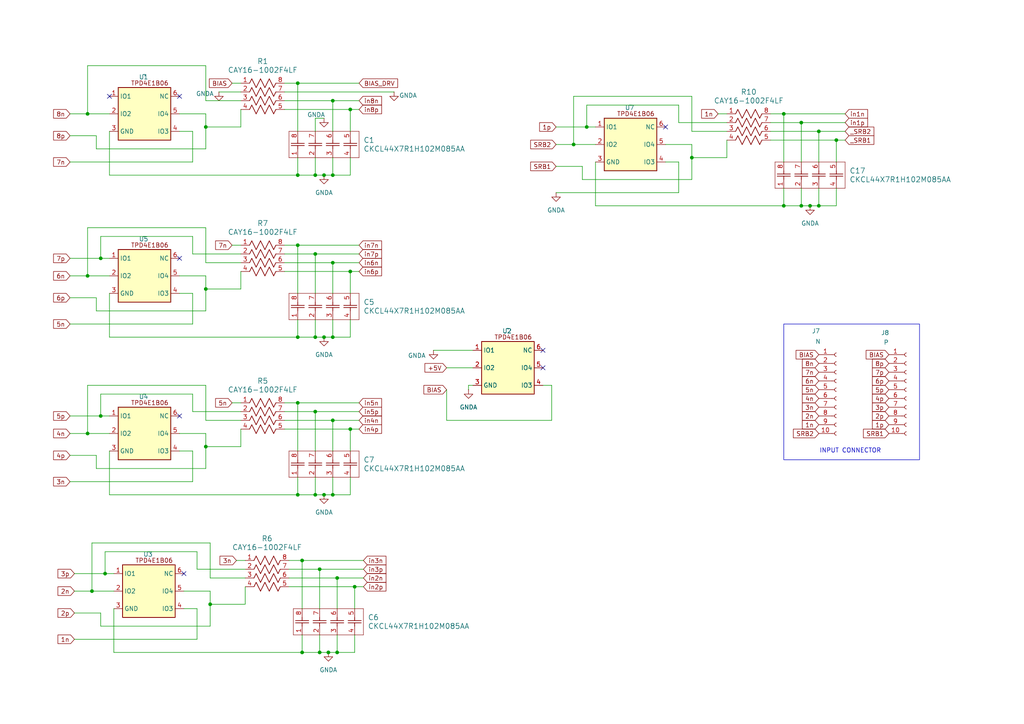
<source format=kicad_sch>
(kicad_sch (version 20231120) (generator "eeschema") (generator_version "8.0")
  (paper "A4")
  (lib_symbols
    (symbol "Added_Comp:TPD4E1B06" (pin_names (offset 0.5))
      (property "Reference" "U" (at 0 0 0))
      (symbol "TPD4E1B06_0_1"
        (rectangle (start -7.62 7.62) (end 7.62 -7.62) (stroke (width 0.254)) (fill (type background)))
      )
      (symbol "TPD4E1B06_1_1"
        (text "TPD4E1B06" (at 1.524 8.89 0) (effects (font (size 1.27 1.27))))
        (pin passive line (at -10.16 5.08 0) (length 2.54) (name "IO1") (number "1"))
        (pin passive line (at -10.16 0 0) (length 2.54) (name "IO2") (number "2"))
        (pin power_in line (at -10.16 -5.08 0) (length 2.54) (name "GND") (number "3"))
        (pin passive line (at 10.16 -5.08 180) (length 2.54) (name "IO3") (number "4"))
        (pin passive line (at 10.16 0 180) (length 2.54) (name "IO4") (number "5"))
        (pin free line (at 10.16 5.08 180) (length 2.54) (name "NC") (number "6"))
      )
    )
    (symbol "Connector:Conn_01x10_Socket" (pin_names (offset 1.016) hide)
      (property "Reference" "J" (at 0 12.7 0))
      (property "Value" "Conn_01x10_Socket" (at 0 -15.24 0))
      (symbol "Conn_01x10_Socket_1_1"
        (arc (start 0 -12.192) (mid -0.5058 -12.7) (end 0 -13.208) (stroke (width 0.1524)))
        (arc (start 0 -9.652) (mid -0.5058 -10.16) (end 0 -10.668) (stroke (width 0.1524)))
        (arc (start 0 -7.112) (mid -0.5058 -7.62) (end 0 -8.128) (stroke (width 0.1524)))
        (arc (start 0 -4.572) (mid -0.5058 -5.08) (end 0 -5.588) (stroke (width 0.1524)))
        (arc (start 0 -2.032) (mid -0.5058 -2.54) (end 0 -3.048) (stroke (width 0.1524)))
        (polyline (pts (xy -1.27 -12.7) (xy -0.508 -12.7)) (stroke (width 0.1524)))
        (polyline (pts (xy -1.27 -10.16) (xy -0.508 -10.16)) (stroke (width 0.1524)))
        (polyline (pts (xy -1.27 -7.62) (xy -0.508 -7.62)) (stroke (width 0.1524)))
        (polyline (pts (xy -1.27 -5.08) (xy -0.508 -5.08)) (stroke (width 0.1524)))
        (polyline (pts (xy -1.27 -2.54) (xy -0.508 -2.54)) (stroke (width 0.1524)))
        (polyline (pts (xy -1.27 0) (xy -0.508 0)) (stroke (width 0.1524)))
        (polyline (pts (xy -1.27 2.54) (xy -0.508 2.54)) (stroke (width 0.1524)))
        (polyline (pts (xy -1.27 5.08) (xy -0.508 5.08)) (stroke (width 0.1524)))
        (polyline (pts (xy -1.27 7.62) (xy -0.508 7.62)) (stroke (width 0.1524)))
        (polyline (pts (xy -1.27 10.16) (xy -0.508 10.16)) (stroke (width 0.1524)))
        (arc (start 0 0.508) (mid -0.5058 0) (end 0 -0.508) (stroke (width 0.1524)))
        (arc (start 0 3.048) (mid -0.5058 2.54) (end 0 2.032) (stroke (width 0.1524)))
        (arc (start 0 5.588) (mid -0.5058 5.08) (end 0 4.572) (stroke (width 0.1524)))
        (arc (start 0 8.128) (mid -0.5058 7.62) (end 0 7.112) (stroke (width 0.1524)))
        (arc (start 0 10.668) (mid -0.5058 10.16) (end 0 9.652) (stroke (width 0.1524)))
        (pin passive line (at -5.08 10.16 0) (length 3.81) (name "Pin_1") (number "1"))
        (pin passive line (at -5.08 -12.7 0) (length 3.81) (name "Pin_10") (number "10"))
        (pin passive line (at -5.08 7.62 0) (length 3.81) (name "Pin_2") (number "2"))
        (pin passive line (at -5.08 5.08 0) (length 3.81) (name "Pin_3") (number "3"))
        (pin passive line (at -5.08 2.54 0) (length 3.81) (name "Pin_4") (number "4"))
        (pin passive line (at -5.08 0 0) (length 3.81) (name "Pin_5") (number "5"))
        (pin passive line (at -5.08 -2.54 0) (length 3.81) (name "Pin_6") (number "6"))
        (pin passive line (at -5.08 -5.08 0) (length 3.81) (name "Pin_7") (number "7"))
        (pin passive line (at -5.08 -7.62 0) (length 3.81) (name "Pin_8") (number "8"))
        (pin passive line (at -5.08 -10.16 0) (length 3.81) (name "Pin_9") (number "9"))
      )
    )
    (symbol "Device:CAY16-1002F4LF" (pin_names (offset 0.254))
      (property "Reference" "R" (at 7.62 2.54 0))
      (property "Value" "CAY16-1002F4LF" (at 5.08 -10.16 0))
      (symbol "CAY16-1002F4LF_0_1"
        (polyline (pts (xy 2.54 -7.62) (xy 3.175 -6.35)) (stroke (width 0.2032)))
        (polyline (pts (xy 2.54 -5.08) (xy 3.175 -3.81)) (stroke (width 0.2032)))
        (polyline (pts (xy 2.54 -2.54) (xy 3.175 -1.27)) (stroke (width 0.2032)))
        (polyline (pts (xy 2.54 0) (xy 3.175 1.27)) (stroke (width 0.2032)))
        (polyline (pts (xy 3.175 -6.35) (xy 4.445 -8.89)) (stroke (width 0.2032)))
        (polyline (pts (xy 3.175 -3.81) (xy 4.445 -6.35)) (stroke (width 0.2032)))
        (polyline (pts (xy 3.175 -1.27) (xy 4.445 -3.81)) (stroke (width 0.2032)))
        (polyline (pts (xy 3.175 1.27) (xy 4.445 -1.27)) (stroke (width 0.2032)))
        (polyline (pts (xy 4.445 -8.89) (xy 5.715 -6.35)) (stroke (width 0.2032)))
        (polyline (pts (xy 4.445 -6.35) (xy 5.715 -3.81)) (stroke (width 0.2032)))
        (polyline (pts (xy 4.445 -3.81) (xy 5.715 -1.27)) (stroke (width 0.2032)))
        (polyline (pts (xy 4.445 -1.27) (xy 5.715 1.27)) (stroke (width 0.2032)))
        (polyline (pts (xy 5.715 -6.35) (xy 6.985 -8.89)) (stroke (width 0.2032)))
        (polyline (pts (xy 5.715 -3.81) (xy 6.985 -6.35)) (stroke (width 0.2032)))
        (polyline (pts (xy 5.715 -1.27) (xy 6.985 -3.81)) (stroke (width 0.2032)))
        (polyline (pts (xy 5.715 1.27) (xy 6.985 -1.27)) (stroke (width 0.2032)))
        (polyline (pts (xy 6.985 -8.89) (xy 8.255 -6.35)) (stroke (width 0.2032)))
        (polyline (pts (xy 6.985 -6.35) (xy 8.255 -3.81)) (stroke (width 0.2032)))
        (polyline (pts (xy 6.985 -3.81) (xy 8.255 -1.27)) (stroke (width 0.2032)))
        (polyline (pts (xy 6.985 -1.27) (xy 8.255 1.27)) (stroke (width 0.2032)))
        (polyline (pts (xy 8.255 -6.35) (xy 9.525 -8.89)) (stroke (width 0.2032)))
        (polyline (pts (xy 8.255 -3.81) (xy 9.525 -6.35)) (stroke (width 0.2032)))
        (polyline (pts (xy 8.255 -1.27) (xy 9.525 -3.81)) (stroke (width 0.2032)))
        (polyline (pts (xy 8.255 1.27) (xy 9.525 -1.27)) (stroke (width 0.2032)))
        (polyline (pts (xy 9.525 -8.89) (xy 10.16 -7.62)) (stroke (width 0.2032)))
        (polyline (pts (xy 9.525 -6.35) (xy 10.16 -5.08)) (stroke (width 0.2032)))
        (polyline (pts (xy 9.525 -3.81) (xy 10.16 -2.54)) (stroke (width 0.2032)))
        (polyline (pts (xy 9.525 -1.27) (xy 10.16 0)) (stroke (width 0.2032)))
        (pin unspecified line (at 0 0 0) (length 2.54) (name "") (number "1"))
        (pin unspecified line (at 0 -2.54 0) (length 2.54) (name "") (number "2"))
        (pin unspecified line (at 0 -5.08 0) (length 2.54) (name "") (number "3"))
        (pin unspecified line (at 0 -7.62 0) (length 2.54) (name "") (number "4"))
        (pin unspecified line (at 12.7 -7.62 180) (length 2.54) (name "") (number "5"))
        (pin unspecified line (at 12.7 -5.08 180) (length 2.54) (name "") (number "6"))
        (pin unspecified line (at 12.7 -2.54 180) (length 2.54) (name "") (number "7"))
        (pin unspecified line (at 12.7 0 180) (length 2.54) (name "") (number "8"))
      )
    )
    (symbol "Device:CKCL44X7R1H102M085AA" (pin_names (offset 0.254))
      (property "Reference" "C" (at -7.62 10.16 0))
      (property "Value" "CKCL44X7R1H102M085AA" (at -7.62 6.985 0))
      (symbol "CKCL44X7R1H102M085AA_0_1"
        (polyline (pts (xy -2.54 -7.62) (xy -2.54 0)) (stroke (width 0.127)))
        (polyline (pts (xy -2.54 0) (xy 17.78 0)) (stroke (width 0.127)))
        (polyline (pts (xy 0 -4.1148) (xy 0 -5.08)) (stroke (width 0.2032)))
        (polyline (pts (xy 0 -2.54) (xy 0 -3.4798)) (stroke (width 0.2032)))
        (polyline (pts (xy 1.905 -4.1148) (xy -1.905 -4.1148)) (stroke (width 0.2032)))
        (polyline (pts (xy 1.905 -3.4798) (xy -1.905 -3.4798)) (stroke (width 0.2032)))
        (polyline (pts (xy 5.08 -4.1148) (xy 5.08 -5.08)) (stroke (width 0.2032)))
        (polyline (pts (xy 5.08 -2.54) (xy 5.08 -3.4798)) (stroke (width 0.2032)))
        (polyline (pts (xy 6.985 -4.1148) (xy 3.175 -4.1148)) (stroke (width 0.2032)))
        (polyline (pts (xy 6.985 -3.4798) (xy 3.175 -3.4798)) (stroke (width 0.2032)))
        (polyline (pts (xy 10.16 -4.1148) (xy 10.16 -5.08)) (stroke (width 0.2032)))
        (polyline (pts (xy 10.16 -2.54) (xy 10.16 -3.4798)) (stroke (width 0.2032)))
        (polyline (pts (xy 12.065 -4.1148) (xy 8.255 -4.1148)) (stroke (width 0.2032)))
        (polyline (pts (xy 12.065 -3.4798) (xy 8.255 -3.4798)) (stroke (width 0.2032)))
        (polyline (pts (xy 15.24 -4.1148) (xy 15.24 -5.08)) (stroke (width 0.2032)))
        (polyline (pts (xy 15.24 -2.54) (xy 15.24 -3.4798)) (stroke (width 0.2032)))
        (polyline (pts (xy 17.145 -4.1148) (xy 13.335 -4.1148)) (stroke (width 0.2032)))
        (polyline (pts (xy 17.145 -3.4798) (xy 13.335 -3.4798)) (stroke (width 0.2032)))
        (polyline (pts (xy 17.78 -7.62) (xy -2.54 -7.62)) (stroke (width 0.127)))
        (polyline (pts (xy 17.78 -7.62) (xy 17.78 0)) (stroke (width 0.127)))
        (pin unspecified line (at 0 -7.62 90) (length 2.54) (name "") (number "1"))
        (pin unspecified line (at 5.08 -7.62 90) (length 2.54) (name "") (number "2"))
        (pin unspecified line (at 10.16 -7.62 90) (length 2.54) (name "") (number "3"))
        (pin unspecified line (at 15.24 -7.62 90) (length 2.54) (name "") (number "4"))
        (pin unspecified line (at 15.24 0 270) (length 2.54) (name "") (number "5"))
        (pin unspecified line (at 10.16 0 270) (length 2.54) (name "") (number "6"))
        (pin unspecified line (at 5.08 0 270) (length 2.54) (name "") (number "7"))
        (pin unspecified line (at 0 0 270) (length 2.54) (name "") (number "8"))
      )
    )
    (symbol "power:GNDA" (power) (pin_numbers hide) (pin_names (offset 0) hide)
      (property "Value" "GNDA" (at 0 -3.81 0))
      (symbol "GNDA_0_1"
        (polyline (pts (xy 0 0) (xy 0 -1.27) (xy 1.27 -1.27) (xy 0 -2.54) (xy -1.27 -1.27) (xy 0 -1.27)))
      )
      (symbol "GNDA_1_1"
        (pin power_in line (at 0 0 270) (length 0) (name "~") (number "1"))
      )
    )
  )
  (junction (at 97.79 167.64))
  (junction (at 97.79 189.23))
  (junction (at 96.52 121.92))
  (junction (at 86.36 24.13))
  (junction (at 87.63 162.56))
  (junction (at 92.71 165.1))
  (junction (at 59.69 36.83))
  (junction (at 87.63 189.23))
  (junction (at 30.48 166.37))
  (junction (at 86.36 50.8))
  (junction (at 237.49 59.69))
  (junction (at 200.66 45.72))
  (junction (at 25.4 80.01))
  (junction (at 25.4 125.73))
  (junction (at 92.71 189.23))
  (junction (at 101.6 31.75))
  (junction (at 242.57 40.64))
  (junction (at 93.98 50.8))
  (junction (at 96.52 97.79))
  (junction (at 93.98 143.51))
  (junction (at 102.87 170.18))
  (junction (at 86.36 143.51))
  (junction (at 101.6 78.74))
  (junction (at 91.44 50.8))
  (junction (at 91.44 143.51))
  (junction (at 93.98 97.79))
  (junction (at 237.49 38.1))
  (junction (at 86.36 71.12))
  (junction (at 25.4 33.02))
  (junction (at 232.41 59.69))
  (junction (at 96.52 76.2))
  (junction (at 86.36 97.79))
  (junction (at 59.69 83.82))
  (junction (at 101.6 124.46))
  (junction (at 166.37 41.91))
  (junction (at 91.44 73.66))
  (junction (at 96.52 50.8))
  (junction (at 26.67 171.45))
  (junction (at 91.44 97.79))
  (junction (at 95.25 189.23))
  (junction (at 227.33 59.69))
  (junction (at 59.69 129.54))
  (junction (at 232.41 35.56))
  (junction (at 91.44 119.38))
  (junction (at 170.18 36.83))
  (junction (at 60.96 175.26))
  (junction (at 29.21 120.65))
  (junction (at 29.21 74.93))
  (junction (at 96.52 29.21))
  (junction (at 227.33 33.02))
  (junction (at 234.95 59.69))
  (junction (at 96.52 143.51))
  (junction (at 86.36 116.84))
  (no_connect (at 53.34 166.37))
  (no_connect (at 157.48 101.6))
  (no_connect (at 31.75 27.94))
  (no_connect (at 52.07 27.94))
  (no_connect (at 157.48 106.68))
  (no_connect (at 52.07 74.93))
  (no_connect (at 52.07 120.65))
  (no_connect (at 193.04 36.83))
  (wire (pts (xy 96.52 50.8) (xy 93.98 50.8)))
  (wire (pts (xy 101.6 130.81) (xy 101.6 124.46)))
  (wire (pts (xy 30.48 160.02) (xy 57.15 160.02)))
  (wire (pts (xy 114.3 26.67) (xy 82.55 26.67)))
  (wire (pts (xy 237.49 54.61) (xy 237.49 59.69)))
  (wire (pts (xy 21.59 177.8) (xy 29.21 177.8)))
  (wire (pts (xy 86.36 92.71) (xy 86.36 97.79)))
  (wire (pts (xy 86.36 116.84) (xy 104.14 116.84)))
  (wire (pts (xy 101.6 78.74) (xy 104.14 78.74)))
  (wire (pts (xy 27.94 135.89) (xy 59.69 135.89)))
  (wire (pts (xy 31.75 120.65) (xy 29.21 120.65)))
  (wire (pts (xy 59.69 129.54) (xy 59.69 125.73)))
  (wire (pts (xy 20.32 86.36) (xy 27.94 86.36)))
  (wire (pts (xy 91.44 97.79) (xy 93.98 97.79)))
  (wire (pts (xy 31.75 97.79) (xy 86.36 97.79)))
  (wire (pts (xy 27.94 43.18) (xy 59.69 43.18)))
  (wire (pts (xy 29.21 181.61) (xy 60.96 181.61)))
  (wire (pts (xy 104.14 76.2) (xy 96.52 76.2)))
  (wire (pts (xy 237.49 46.99) (xy 237.49 38.1)))
  (wire (pts (xy 31.75 143.51) (xy 86.36 143.51)))
  (wire (pts (xy 168.91 48.26) (xy 168.91 52.07)))
  (wire (pts (xy 245.11 38.1) (xy 237.49 38.1)))
  (wire (pts (xy 87.63 162.56) (xy 105.41 162.56)))
  (wire (pts (xy 96.52 130.81) (xy 96.52 121.92)))
  (wire (pts (xy 101.6 85.09) (xy 101.6 78.74)))
  (wire (pts (xy 69.85 83.82) (xy 59.69 83.82)))
  (wire (pts (xy 196.85 30.48) (xy 196.85 35.56)))
  (wire (pts (xy 59.69 36.83) (xy 59.69 33.02)))
  (wire (pts (xy 20.32 139.7) (xy 55.88 139.7)))
  (wire (pts (xy 60.96 171.45) (xy 53.34 171.45)))
  (wire (pts (xy 97.79 176.53) (xy 97.79 167.64)))
  (wire (pts (xy 91.44 34.29) (xy 93.98 34.29)))
  (wire (pts (xy 86.36 143.51) (xy 91.44 143.51)))
  (wire (pts (xy 27.94 132.08) (xy 27.94 135.89)))
  (wire (pts (xy 59.69 125.73) (xy 52.07 125.73)))
  (wire (pts (xy 96.52 76.2) (xy 82.55 76.2)))
  (wire (pts (xy 86.36 38.1) (xy 86.36 24.13)))
  (wire (pts (xy 26.67 157.48) (xy 60.96 157.48)))
  (wire (pts (xy 172.72 46.99) (xy 172.72 59.69)))
  (wire (pts (xy 170.18 36.83) (xy 170.18 30.48)))
  (wire (pts (xy 59.69 83.82) (xy 59.69 80.01)))
  (wire (pts (xy 129.54 113.03) (xy 129.54 121.92)))
  (wire (pts (xy 69.85 78.74) (xy 69.85 83.82)))
  (wire (pts (xy 86.36 130.81) (xy 86.36 116.84)))
  (wire (pts (xy 20.32 132.08) (xy 27.94 132.08)))
  (wire (pts (xy 91.44 119.38) (xy 82.55 119.38)))
  (wire (pts (xy 87.63 184.15) (xy 87.63 189.23)))
  (wire (pts (xy 31.75 85.09) (xy 31.75 97.79)))
  (wire (pts (xy 172.72 36.83) (xy 170.18 36.83)))
  (wire (pts (xy 96.52 143.51) (xy 93.98 143.51)))
  (wire (pts (xy 208.28 33.02) (xy 210.82 33.02)))
  (wire (pts (xy 27.94 90.17) (xy 59.69 90.17)))
  (wire (pts (xy 104.14 121.92) (xy 96.52 121.92)))
  (wire (pts (xy 242.57 46.99) (xy 242.57 40.64)))
  (wire (pts (xy 71.12 170.18) (xy 71.12 175.26)))
  (wire (pts (xy 101.6 143.51) (xy 96.52 143.51)))
  (wire (pts (xy 86.36 50.8) (xy 91.44 50.8)))
  (wire (pts (xy 21.59 185.42) (xy 57.15 185.42)))
  (wire (pts (xy 91.44 130.81) (xy 91.44 119.38)))
  (wire (pts (xy 86.36 24.13) (xy 82.55 24.13)))
  (wire (pts (xy 97.79 184.15) (xy 97.79 189.23)))
  (wire (pts (xy 26.67 171.45) (xy 26.67 157.48)))
  (wire (pts (xy 59.69 90.17) (xy 59.69 83.82)))
  (wire (pts (xy 242.57 54.61) (xy 242.57 59.69)))
  (wire (pts (xy 59.69 80.01) (xy 52.07 80.01)))
  (wire (pts (xy 102.87 170.18) (xy 105.41 170.18)))
  (wire (pts (xy 129.54 121.92) (xy 160.02 121.92)))
  (wire (pts (xy 52.07 130.81) (xy 55.88 130.81)))
  (wire (pts (xy 69.85 36.83) (xy 59.69 36.83)))
  (wire (pts (xy 104.14 29.21) (xy 96.52 29.21)))
  (wire (pts (xy 59.69 121.92) (xy 69.85 121.92)))
  (wire (pts (xy 101.6 38.1) (xy 101.6 31.75)))
  (wire (pts (xy 232.41 54.61) (xy 232.41 59.69)))
  (wire (pts (xy 96.52 45.72) (xy 96.52 50.8)))
  (wire (pts (xy 227.33 54.61) (xy 227.33 59.69)))
  (wire (pts (xy 135.89 111.76) (xy 135.89 113.03)))
  (wire (pts (xy 96.52 121.92) (xy 82.55 121.92)))
  (wire (pts (xy 92.71 189.23) (xy 95.25 189.23)))
  (wire (pts (xy 59.69 111.76) (xy 59.69 121.92)))
  (wire (pts (xy 82.55 78.74) (xy 101.6 78.74)))
  (wire (pts (xy 237.49 38.1) (xy 223.52 38.1)))
  (wire (pts (xy 52.07 38.1) (xy 55.88 38.1)))
  (wire (pts (xy 200.66 38.1) (xy 210.82 38.1)))
  (wire (pts (xy 31.75 50.8) (xy 86.36 50.8)))
  (wire (pts (xy 68.58 162.56) (xy 71.12 162.56)))
  (wire (pts (xy 29.21 68.58) (xy 55.88 68.58)))
  (wire (pts (xy 29.21 74.93) (xy 29.21 68.58)))
  (wire (pts (xy 20.32 39.37) (xy 27.94 39.37)))
  (wire (pts (xy 96.52 38.1) (xy 96.52 29.21)))
  (wire (pts (xy 91.44 143.51) (xy 93.98 143.51)))
  (wire (pts (xy 210.82 40.64) (xy 210.82 45.72)))
  (wire (pts (xy 21.59 171.45) (xy 26.67 171.45)))
  (wire (pts (xy 25.4 80.01) (xy 31.75 80.01)))
  (wire (pts (xy 227.33 59.69) (xy 232.41 59.69)))
  (wire (pts (xy 30.48 166.37) (xy 21.59 166.37)))
  (wire (pts (xy 31.75 74.93) (xy 29.21 74.93)))
  (wire (pts (xy 227.33 33.02) (xy 223.52 33.02)))
  (wire (pts (xy 91.44 73.66) (xy 104.14 73.66)))
  (wire (pts (xy 170.18 30.48) (xy 196.85 30.48)))
  (wire (pts (xy 82.55 31.75) (xy 101.6 31.75)))
  (wire (pts (xy 161.29 48.26) (xy 168.91 48.26)))
  (wire (pts (xy 97.79 189.23) (xy 95.25 189.23)))
  (wire (pts (xy 25.4 125.73) (xy 25.4 111.76)))
  (wire (pts (xy 200.66 45.72) (xy 200.66 41.91)))
  (wire (pts (xy 168.91 52.07) (xy 200.66 52.07)))
  (wire (pts (xy 161.29 41.91) (xy 166.37 41.91)))
  (wire (pts (xy 55.88 85.09) (xy 55.88 93.98)))
  (wire (pts (xy 172.72 59.69) (xy 227.33 59.69)))
  (wire (pts (xy 87.63 176.53) (xy 87.63 162.56)))
  (wire (pts (xy 96.52 92.71) (xy 96.52 97.79)))
  (wire (pts (xy 96.52 138.43) (xy 96.52 143.51)))
  (wire (pts (xy 161.29 55.88) (xy 196.85 55.88)))
  (wire (pts (xy 200.66 27.94) (xy 200.66 38.1)))
  (wire (pts (xy 87.63 189.23) (xy 92.71 189.23)))
  (wire (pts (xy 60.96 167.64) (xy 71.12 167.64)))
  (wire (pts (xy 87.63 162.56) (xy 83.82 162.56)))
  (wire (pts (xy 86.36 138.43) (xy 86.36 143.51)))
  (wire (pts (xy 91.44 73.66) (xy 82.55 73.66)))
  (wire (pts (xy 86.36 85.09) (xy 86.36 71.12)))
  (wire (pts (xy 101.6 124.46) (xy 104.14 124.46)))
  (wire (pts (xy 69.85 31.75) (xy 69.85 36.83)))
  (wire (pts (xy 92.71 184.15) (xy 92.71 189.23)))
  (wire (pts (xy 92.71 165.1) (xy 105.41 165.1)))
  (wire (pts (xy 91.44 50.8) (xy 93.98 50.8)))
  (wire (pts (xy 102.87 189.23) (xy 97.79 189.23)))
  (wire (pts (xy 55.88 68.58) (xy 55.88 73.66)))
  (wire (pts (xy 129.54 106.68) (xy 137.16 106.68)))
  (wire (pts (xy 20.32 33.02) (xy 25.4 33.02)))
  (wire (pts (xy 25.4 33.02) (xy 25.4 19.05)))
  (wire (pts (xy 227.33 33.02) (xy 245.11 33.02)))
  (wire (pts (xy 29.21 74.93) (xy 20.32 74.93)))
  (wire (pts (xy 25.4 66.04) (xy 59.69 66.04)))
  (wire (pts (xy 91.44 92.71) (xy 91.44 97.79)))
  (wire (pts (xy 223.52 40.64) (xy 242.57 40.64)))
  (wire (pts (xy 53.34 176.53) (xy 57.15 176.53)))
  (wire (pts (xy 242.57 40.64) (xy 245.11 40.64)))
  (wire (pts (xy 86.36 71.12) (xy 104.14 71.12)))
  (wire (pts (xy 91.44 85.09) (xy 91.44 73.66)))
  (wire (pts (xy 59.69 29.21) (xy 69.85 29.21)))
  (wire (pts (xy 57.15 165.1) (xy 71.12 165.1)))
  (wire (pts (xy 52.07 85.09) (xy 55.88 85.09)))
  (wire (pts (xy 91.44 38.1) (xy 91.44 34.29)))
  (wire (pts (xy 97.79 167.64) (xy 83.82 167.64)))
  (wire (pts (xy 57.15 160.02) (xy 57.15 165.1)))
  (wire (pts (xy 166.37 41.91) (xy 166.37 27.94)))
  (wire (pts (xy 25.4 111.76) (xy 59.69 111.76)))
  (wire (pts (xy 25.4 125.73) (xy 31.75 125.73)))
  (wire (pts (xy 196.85 35.56) (xy 210.82 35.56)))
  (wire (pts (xy 63.5 26.67) (xy 69.85 26.67)))
  (wire (pts (xy 101.6 92.71) (xy 101.6 97.79)))
  (wire (pts (xy 33.02 176.53) (xy 33.02 189.23)))
  (wire (pts (xy 200.66 41.91) (xy 193.04 41.91)))
  (wire (pts (xy 232.41 46.99) (xy 232.41 35.56)))
  (wire (pts (xy 101.6 50.8) (xy 96.52 50.8)))
  (wire (pts (xy 25.4 80.01) (xy 25.4 66.04)))
  (wire (pts (xy 57.15 176.53) (xy 57.15 185.42)))
  (wire (pts (xy 59.69 43.18) (xy 59.69 36.83)))
  (wire (pts (xy 102.87 176.53) (xy 102.87 170.18)))
  (wire (pts (xy 102.87 184.15) (xy 102.87 189.23)))
  (wire (pts (xy 25.4 19.05) (xy 59.69 19.05)))
  (wire (pts (xy 101.6 97.79) (xy 96.52 97.79)))
  (wire (pts (xy 71.12 175.26) (xy 60.96 175.26)))
  (wire (pts (xy 59.69 19.05) (xy 59.69 29.21)))
  (wire (pts (xy 92.71 165.1) (xy 83.82 165.1)))
  (wire (pts (xy 33.02 189.23) (xy 87.63 189.23)))
  (wire (pts (xy 86.36 71.12) (xy 82.55 71.12)))
  (wire (pts (xy 55.88 38.1) (xy 55.88 46.99)))
  (wire (pts (xy 55.88 73.66) (xy 69.85 73.66)))
  (wire (pts (xy 105.41 167.64) (xy 97.79 167.64)))
  (wire (pts (xy 196.85 46.99) (xy 196.85 55.88)))
  (wire (pts (xy 26.67 171.45) (xy 33.02 171.45)))
  (wire (pts (xy 91.44 45.72) (xy 91.44 50.8)))
  (wire (pts (xy 59.69 66.04) (xy 59.69 76.2)))
  (wire (pts (xy 67.31 24.13) (xy 69.85 24.13)))
  (wire (pts (xy 101.6 31.75) (xy 104.14 31.75)))
  (wire (pts (xy 137.16 111.76) (xy 135.89 111.76)))
  (wire (pts (xy 242.57 59.69) (xy 237.49 59.69)))
  (wire (pts (xy 67.31 71.12) (xy 69.85 71.12)))
  (wire (pts (xy 29.21 120.65) (xy 20.32 120.65)))
  (wire (pts (xy 30.48 166.37) (xy 30.48 160.02)))
  (wire (pts (xy 86.36 97.79) (xy 91.44 97.79)))
  (wire (pts (xy 232.41 59.69) (xy 234.95 59.69)))
  (wire (pts (xy 101.6 45.72) (xy 101.6 50.8)))
  (wire (pts (xy 55.88 114.3) (xy 55.88 119.38)))
  (wire (pts (xy 20.32 125.73) (xy 25.4 125.73)))
  (wire (pts (xy 29.21 114.3) (xy 55.88 114.3)))
  (wire (pts (xy 210.82 45.72) (xy 200.66 45.72)))
  (wire (pts (xy 60.96 181.61) (xy 60.96 175.26)))
  (wire (pts (xy 67.31 116.84) (xy 69.85 116.84)))
  (wire (pts (xy 29.21 120.65) (xy 29.21 114.3)))
  (wire (pts (xy 92.71 176.53) (xy 92.71 165.1)))
  (wire (pts (xy 125.73 101.6) (xy 137.16 101.6)))
  (wire (pts (xy 96.52 97.79) (xy 93.98 97.79)))
  (wire (pts (xy 96.52 85.09) (xy 96.52 76.2)))
  (wire (pts (xy 55.88 130.81) (xy 55.88 139.7)))
  (wire (pts (xy 59.69 135.89) (xy 59.69 129.54)))
  (wire (pts (xy 20.32 93.98) (xy 55.88 93.98)))
  (wire (pts (xy 232.41 35.56) (xy 223.52 35.56)))
  (wire (pts (xy 200.66 52.07) (xy 200.66 45.72)))
  (wire (pts (xy 69.85 124.46) (xy 69.85 129.54)))
  (wire (pts (xy 60.96 157.48) (xy 60.96 167.64)))
  (wire (pts (xy 31.75 130.81) (xy 31.75 143.51)))
  (wire (pts (xy 237.49 59.69) (xy 234.95 59.69)))
  (wire (pts (xy 59.69 76.2) (xy 69.85 76.2)))
  (wire (pts (xy 69.85 129.54) (xy 59.69 129.54)))
  (wire (pts (xy 166.37 41.91) (xy 172.72 41.91)))
  (wire (pts (xy 27.94 39.37) (xy 27.94 43.18)))
  (wire (pts (xy 160.02 111.76) (xy 157.48 111.76)))
  (wire (pts (xy 86.36 45.72) (xy 86.36 50.8)))
  (wire (pts (xy 232.41 35.56) (xy 245.11 35.56)))
  (wire (pts (xy 31.75 38.1) (xy 31.75 50.8)))
  (wire (pts (xy 82.55 124.46) (xy 101.6 124.46)))
  (wire (pts (xy 83.82 170.18) (xy 102.87 170.18)))
  (wire (pts (xy 20.32 46.99) (xy 55.88 46.99)))
  (wire (pts (xy 86.36 116.84) (xy 82.55 116.84)))
  (wire (pts (xy 166.37 27.94) (xy 200.66 27.94)))
  (wire (pts (xy 25.4 33.02) (xy 31.75 33.02)))
  (wire (pts (xy 60.96 175.26) (xy 60.96 171.45)))
  (wire (pts (xy 101.6 138.43) (xy 101.6 143.51)))
  (wire (pts (xy 227.33 46.99) (xy 227.33 33.02)))
  (wire (pts (xy 104.14 24.13) (xy 86.36 24.13)))
  (wire (pts (xy 96.52 29.21) (xy 82.55 29.21)))
  (wire (pts (xy 193.04 46.99) (xy 196.85 46.99)))
  (wire (pts (xy 170.18 36.83) (xy 161.29 36.83)))
  (wire (pts (xy 59.69 33.02) (xy 52.07 33.02)))
  (wire (pts (xy 20.32 80.01) (xy 25.4 80.01)))
  (wire (pts (xy 91.44 138.43) (xy 91.44 143.51)))
  (wire (pts (xy 27.94 86.36) (xy 27.94 90.17)))
  (wire (pts (xy 33.02 166.37) (xy 30.48 166.37)))
  (wire (pts (xy 91.44 119.38) (xy 104.14 119.38)))
  (wire (pts (xy 160.02 121.92) (xy 160.02 111.76)))
  (wire (pts (xy 29.21 177.8) (xy 29.21 181.61)))
  (wire (pts (xy 55.88 119.38) (xy 69.85 119.38)))
  (rectangle (start 227.33 93.98) (end 266.7 133.35))
  (text "INPUT CONNECTOR" (at 246.634 130.81 0) (effects (font (size 1.27 1.27))))
  (global_label "in1n" (shape input) (at 245.11 33.02 0) (property "Intersheetrefs" "${INTERSHEET_REFS}" (effects (hide yes))))
  (global_label "3n" (shape input) (at 68.58 162.56 180) (property "Intersheetrefs" "${INTERSHEET_REFS}" (effects (hide yes))))
  (global_label "_SRB1" (shape input) (at 245.11 40.64 0) (property "Intersheetrefs" "${INTERSHEET_REFS}" (effects (hide yes))))
  (global_label "in4n" (shape input) (at 104.14 121.92 0) (property "Intersheetrefs" "${INTERSHEET_REFS}" (effects (hide yes))))
  (global_label "7n" (shape input) (at 20.32 46.99 180) (property "Intersheetrefs" "${INTERSHEET_REFS}" (effects (hide yes))))
  (global_label "5n" (shape input) (at 67.31 116.84 180) (property "Intersheetrefs" "${INTERSHEET_REFS}" (effects (hide yes))))
  (global_label "4p" (shape input) (at 257.81 115.57 180) (property "Intersheetrefs" "${INTERSHEET_REFS}" (effects (hide yes))))
  (global_label "1p" (shape input) (at 257.81 123.19 180) (property "Intersheetrefs" "${INTERSHEET_REFS}" (effects (hide yes))))
  (global_label "in5p" (shape input) (at 104.14 119.38 0) (property "Intersheetrefs" "${INTERSHEET_REFS}" (effects (hide yes))))
  (global_label "6p" (shape input) (at 257.81 110.49 180) (property "Intersheetrefs" "${INTERSHEET_REFS}" (effects (hide yes))))
  (global_label "7n" (shape input) (at 67.31 71.12 180) (property "Intersheetrefs" "${INTERSHEET_REFS}" (effects (hide yes))))
  (global_label "BIAS_DRV" (shape input) (at 104.14 24.13 0) (property "Intersheetrefs" "${INTERSHEET_REFS}" (effects (hide yes))))
  (global_label "4n" (shape input) (at 237.49 115.57 180) (property "Intersheetrefs" "${INTERSHEET_REFS}" (effects (hide yes))))
  (global_label "2n" (shape input) (at 21.59 171.45 180) (property "Intersheetrefs" "${INTERSHEET_REFS}" (effects (hide yes))))
  (global_label "in3p" (shape input) (at 105.41 165.1 0) (property "Intersheetrefs" "${INTERSHEET_REFS}" (effects (hide yes))))
  (global_label "4p" (shape input) (at 20.32 132.08 180) (property "Intersheetrefs" "${INTERSHEET_REFS}" (effects (hide yes))))
  (global_label "SRB1" (shape input) (at 257.81 125.73 180) (property "Intersheetrefs" "${INTERSHEET_REFS}" (effects (hide yes))))
  (global_label "BIAS" (shape input) (at 67.31 24.13 180) (property "Intersheetrefs" "${INTERSHEET_REFS}" (effects (hide yes))))
  (global_label "5p" (shape input) (at 257.81 113.03 180) (property "Intersheetrefs" "${INTERSHEET_REFS}" (effects (hide yes))))
  (global_label "1n" (shape input) (at 208.28 33.02 180) (property "Intersheetrefs" "${INTERSHEET_REFS}" (effects (hide yes))))
  (global_label "1n" (shape input) (at 237.49 123.19 180) (property "Intersheetrefs" "${INTERSHEET_REFS}" (effects (hide yes))))
  (global_label "in6p" (shape input) (at 104.14 78.74 0) (property "Intersheetrefs" "${INTERSHEET_REFS}" (effects (hide yes))))
  (global_label "2p" (shape input) (at 21.59 177.8 180) (property "Intersheetrefs" "${INTERSHEET_REFS}" (effects (hide yes))))
  (global_label "6n" (shape input) (at 20.32 80.01 180) (property "Intersheetrefs" "${INTERSHEET_REFS}" (effects (hide yes))))
  (global_label "in8p" (shape input) (at 104.14 31.75 0) (property "Intersheetrefs" "${INTERSHEET_REFS}" (effects (hide yes))))
  (global_label "4n" (shape input) (at 20.32 125.73 180) (property "Intersheetrefs" "${INTERSHEET_REFS}" (effects (hide yes))))
  (global_label "5p" (shape input) (at 20.32 120.65 180) (property "Intersheetrefs" "${INTERSHEET_REFS}" (effects (hide yes))))
  (global_label "5n" (shape input) (at 237.49 113.03 180) (property "Intersheetrefs" "${INTERSHEET_REFS}" (effects (hide yes))))
  (global_label "BIAS" (shape input) (at 129.54 113.03 180) (property "Intersheetrefs" "${INTERSHEET_REFS}" (effects (hide yes))))
  (global_label "6n" (shape input) (at 237.49 110.49 180) (property "Intersheetrefs" "${INTERSHEET_REFS}" (effects (hide yes))))
  (global_label "_SRB2" (shape input) (at 245.11 38.1 0) (property "Intersheetrefs" "${INTERSHEET_REFS}" (effects (hide yes))))
  (global_label "in7p" (shape input) (at 104.14 73.66 0) (property "Intersheetrefs" "${INTERSHEET_REFS}" (effects (hide yes))))
  (global_label "5n" (shape input) (at 20.32 93.98 180) (property "Intersheetrefs" "${INTERSHEET_REFS}" (effects (hide yes))))
  (global_label "3p" (shape input) (at 21.59 166.37 180) (property "Intersheetrefs" "${INTERSHEET_REFS}" (effects (hide yes))))
  (global_label "SRB1" (shape input) (at 161.29 48.26 180) (property "Intersheetrefs" "${INTERSHEET_REFS}" (effects (hide yes))))
  (global_label "in1p" (shape input) (at 245.11 35.56 0) (property "Intersheetrefs" "${INTERSHEET_REFS}" (effects (hide yes))))
  (global_label "BIAS" (shape input) (at 257.81 102.87 180) (property "Intersheetrefs" "${INTERSHEET_REFS}" (effects (hide yes))))
  (global_label "3n" (shape input) (at 237.49 118.11 180) (property "Intersheetrefs" "${INTERSHEET_REFS}" (effects (hide yes))))
  (global_label "3p" (shape input) (at 257.81 118.11 180) (property "Intersheetrefs" "${INTERSHEET_REFS}" (effects (hide yes))))
  (global_label "in2p" (shape input) (at 105.41 170.18 0) (property "Intersheetrefs" "${INTERSHEET_REFS}" (effects (hide yes))))
  (global_label "+5V" (shape input) (at 129.54 106.68 180) (property "Intersheetrefs" "${INTERSHEET_REFS}" (effects (hide yes))))
  (global_label "in6n" (shape input) (at 104.14 76.2 0) (property "Intersheetrefs" "${INTERSHEET_REFS}" (effects (hide yes))))
  (global_label "1n" (shape input) (at 21.59 185.42 180) (property "Intersheetrefs" "${INTERSHEET_REFS}" (effects (hide yes))))
  (global_label "in5n" (shape input) (at 104.14 116.84 0) (property "Intersheetrefs" "${INTERSHEET_REFS}" (effects (hide yes))))
  (global_label "7p" (shape input) (at 20.32 74.93 180) (property "Intersheetrefs" "${INTERSHEET_REFS}" (effects (hide yes))))
  (global_label "in3n" (shape input) (at 105.41 162.56 0) (property "Intersheetrefs" "${INTERSHEET_REFS}" (effects (hide yes))))
  (global_label "1p" (shape input) (at 161.29 36.83 180) (property "Intersheetrefs" "${INTERSHEET_REFS}" (effects (hide yes))))
  (global_label "6p" (shape input) (at 20.32 86.36 180) (property "Intersheetrefs" "${INTERSHEET_REFS}" (effects (hide yes))))
  (global_label "in4p" (shape input) (at 104.14 124.46 0) (property "Intersheetrefs" "${INTERSHEET_REFS}" (effects (hide yes))))
  (global_label "8n" (shape input) (at 237.49 105.41 180) (property "Intersheetrefs" "${INTERSHEET_REFS}" (effects (hide yes))))
  (global_label "7p" (shape input) (at 257.81 107.95 180) (property "Intersheetrefs" "${INTERSHEET_REFS}" (effects (hide yes))))
  (global_label "in2n" (shape input) (at 105.41 167.64 0) (property "Intersheetrefs" "${INTERSHEET_REFS}" (effects (hide yes))))
  (global_label "7n" (shape input) (at 237.49 107.95 180) (property "Intersheetrefs" "${INTERSHEET_REFS}" (effects (hide yes))))
  (global_label "SRB2" (shape input) (at 161.29 41.91 180) (property "Intersheetrefs" "${INTERSHEET_REFS}" (effects (hide yes))))
  (global_label "SRB2" (shape input) (at 237.49 125.73 180) (property "Intersheetrefs" "${INTERSHEET_REFS}" (effects (hide yes))))
  (global_label "2n" (shape input) (at 237.49 120.65 180) (property "Intersheetrefs" "${INTERSHEET_REFS}" (effects (hide yes))))
  (global_label "in8n" (shape input) (at 104.14 29.21 0) (property "Intersheetrefs" "${INTERSHEET_REFS}" (effects (hide yes))))
  (global_label "in7n" (shape input) (at 104.14 71.12 0) (property "Intersheetrefs" "${INTERSHEET_REFS}" (effects (hide yes))))
  (global_label "BIAS" (shape input) (at 237.49 102.87 180) (property "Intersheetrefs" "${INTERSHEET_REFS}" (effects (hide yes))))
  (global_label "2p" (shape input) (at 257.81 120.65 180) (property "Intersheetrefs" "${INTERSHEET_REFS}" (effects (hide yes))))
  (global_label "8p" (shape input) (at 257.81 105.41 180) (property "Intersheetrefs" "${INTERSHEET_REFS}" (effects (hide yes))))
  (global_label "3n" (shape input) (at 20.32 139.7 180) (property "Intersheetrefs" "${INTERSHEET_REFS}" (effects (hide yes))))
  (global_label "8p" (shape input) (at 20.32 39.37 180) (property "Intersheetrefs" "${INTERSHEET_REFS}" (effects (hide yes))))
  (global_label "8n" (shape input) (at 20.32 33.02 180) (property "Intersheetrefs" "${INTERSHEET_REFS}" (effects (hide yes))))
  (symbol (lib_id "Device:CKCL44X7R1H102M085AA") (at 86.36 38.1 0) (unit 1)
    (property "Reference" "C1" (at 105.41 40.6399 0) (effects (font (size 1.524 1.524)) (justify left)))
    (property "Value" "CKCL44X7R1H102M085AA" (at 105.41 43.1799 0) (effects (font (size 1.524 1.524)) (justify left)))
    (property "Footprint" "Capacitor_SMD:CKCL44_TDK" (effects (hide yes)))
    (property "Datasheet" "CKCL44X7R1H102M085AA" (effects (hide yes)))
  )
  (symbol (lib_id "power:GNDA") (at 93.98 97.79 0) (unit 1)
    (property "Reference" "#PWR043" (effects (hide yes)))
    (property "Value" "GNDA" (at 93.98 102.87 0))
    (property "Description" "Power symbol creates a global label with name \"GNDA\" , analog ground" (effects (hide yes)))
  )
  (symbol (lib_id "power:GNDA") (at 234.95 59.69 0) (unit 1)
    (property "Reference" "#PWR047" (effects (hide yes)))
    (property "Value" "GNDA" (at 234.95 64.77 0))
    (property "Description" "Power symbol creates a global label with name \"GNDA\" , analog ground" (effects (hide yes)))
  )
  (symbol (lib_id "Device:CAY16-1002F4LF") (at 69.85 71.12 0) (unit 1)
    (property "Reference" "R7" (at 76.2 64.77 0) (effects (font (size 1.524 1.524))))
    (property "Value" "CAY16-1002F4LF" (at 76.2 67.31 0) (effects (font (size 1.524 1.524))))
    (property "Footprint" "RF:BO_CAY16" (effects (hide yes)))
    (property "Datasheet" "CAY16-1002F4LF" (effects (hide yes)))
  )
  (symbol (lib_id "Added_Comp:TPD4E1B06") (at 147.32 106.68 0) (unit 1)
    (property "Reference" "U2" (at 147.066 96.012 0))
    (property "Value" "~" (at 147.32 95.25 0))
    (property "Footprint" "Package_TO_SOT_SMD:SOT-363_SC-70-6" (effects (hide yes)))
    (property "Datasheet" "https://www.ti.com/lit/ds/symlink/tpd4e1b06.pdf?ts=1739551777927&ref_url=https%253A%252F%252Fwww.mouser.com%252F" (effects (hide yes)))
    (property "Description" "TPD4E1B06 4-Channel Ultra Low Leakage ESD Protection Device" (effects (hide yes)))
  )
  (symbol (lib_id "Device:CAY16-1002F4LF") (at 71.12 162.56 0) (unit 1)
    (property "Reference" "R6" (at 77.47 156.21 0) (effects (font (size 1.524 1.524))))
    (property "Value" "CAY16-1002F4LF" (at 77.47 158.75 0) (effects (font (size 1.524 1.524))))
    (property "Footprint" "RF:BO_CAY16" (effects (hide yes)))
    (property "Datasheet" "CAY16-1002F4LF" (effects (hide yes)))
  )
  (symbol (lib_id "Connector:Conn_01x10_Socket") (at 242.57 113.03 0) (unit 1)
    (property "Reference" "J7" (at 235.458 96.012 0) (effects (justify left)))
    (property "Value" "N" (at 236.474 99.06 0) (effects (justify left)))
    (property "Footprint" "Connector_PinSocket_2.54mm:PinSocket_1x10_P2.54mm_Vertical" (effects (hide yes)))
    (property "Description" "Generic connector, single row, 01x10, script generated" (effects (hide yes)))
  )
  (symbol (lib_id "Device:CAY16-1002F4LF") (at 69.85 116.84 0) (unit 1)
    (property "Reference" "R5" (at 76.2 110.49 0) (effects (font (size 1.524 1.524))))
    (property "Value" "CAY16-1002F4LF" (at 76.2 113.03 0) (effects (font (size 1.524 1.524))))
    (property "Footprint" "RF:BO_CAY16" (effects (hide yes)))
    (property "Datasheet" "CAY16-1002F4LF" (effects (hide yes)))
  )
  (symbol (lib_id "power:GNDA") (at 93.98 34.29 0) (unit 1)
    (property "Reference" "#PWR039" (effects (hide yes)))
    (property "Value" "GNDA" (at 91.694 33.274 0))
    (property "Description" "Power symbol creates a global label with name \"GNDA\" , analog ground" (effects (hide yes)))
  )
  (symbol (lib_id "Added_Comp:TPD4E1B06") (at 41.91 33.02 0) (unit 1)
    (property "Reference" "U1" (at 41.656 22.352 0))
    (property "Value" "~" (at 41.91 21.59 0))
    (property "Footprint" "Package_TO_SOT_SMD:SOT-363_SC-70-6" (effects (hide yes)))
    (property "Datasheet" "https://www.ti.com/lit/ds/symlink/tpd4e1b06.pdf?ts=1739551777927&ref_url=https%253A%252F%252Fwww.mouser.com%252F" (effects (hide yes)))
    (property "Description" "TPD4E1B06 4-Channel Ultra Low Leakage ESD Protection Device" (effects (hide yes)))
  )
  (symbol (lib_id "Added_Comp:TPD4E1B06") (at 43.18 171.45 0) (unit 1)
    (property "Reference" "U3" (at 42.926 160.782 0))
    (property "Value" "~" (at 43.18 160.02 0))
    (property "Footprint" "Package_TO_SOT_SMD:SOT-363_SC-70-6" (effects (hide yes)))
    (property "Datasheet" "https://www.ti.com/lit/ds/symlink/tpd4e1b06.pdf?ts=1739551777927&ref_url=https%253A%252F%252Fwww.mouser.com%252F" (effects (hide yes)))
    (property "Description" "TPD4E1B06 4-Channel Ultra Low Leakage ESD Protection Device" (effects (hide yes)))
  )
  (symbol (lib_id "power:GNDA") (at 95.25 189.23 0) (unit 1)
    (property "Reference" "#PWR045" (effects (hide yes)))
    (property "Value" "GNDA" (at 95.25 194.31 0))
    (property "Description" "Power symbol creates a global label with name \"GNDA\" , analog ground" (effects (hide yes)))
  )
  (symbol (lib_id "Device:CKCL44X7R1H102M085AA") (at 227.33 46.99 0) (unit 1)
    (property "Reference" "C17" (at 246.38 49.5299 0) (effects (font (size 1.524 1.524)) (justify left)))
    (property "Value" "CKCL44X7R1H102M085AA" (at 246.38 52.0699 0) (effects (font (size 1.524 1.524)) (justify left)))
    (property "Footprint" "Capacitor_SMD:CKCL44_TDK" (effects (hide yes)))
    (property "Datasheet" "CKCL44X7R1H102M085AA" (effects (hide yes)))
  )
  (symbol (lib_id "power:GNDA") (at 93.98 143.51 0) (unit 1)
    (property "Reference" "#PWR044" (effects (hide yes)))
    (property "Value" "GNDA" (at 93.98 148.59 0))
    (property "Description" "Power symbol creates a global label with name \"GNDA\" , analog ground" (effects (hide yes)))
  )
  (symbol (lib_id "power:GNDA") (at 161.29 55.88 0) (unit 1)
    (property "Reference" "#PWR08" (effects (hide yes)))
    (property "Value" "GNDA" (at 161.29 60.96 0))
    (property "Description" "Power symbol creates a global label with name \"GNDA\" , analog ground" (effects (hide yes)))
  )
  (symbol (lib_id "Connector:Conn_01x10_Socket") (at 262.89 113.03 0) (unit 1)
    (property "Reference" "J8" (at 255.524 96.52 0) (effects (justify left)))
    (property "Value" "P" (at 256.286 99.314 0) (effects (justify left)))
    (property "Footprint" "Connector_PinSocket_2.54mm:PinSocket_1x10_P2.54mm_Vertical" (effects (hide yes)))
    (property "Description" "Generic connector, single row, 01x10, script generated" (effects (hide yes)))
  )
  (symbol (lib_id "Device:CKCL44X7R1H102M085AA") (at 86.36 85.09 0) (unit 1)
    (property "Reference" "C5" (at 105.41 87.6299 0) (effects (font (size 1.524 1.524)) (justify left)))
    (property "Value" "CKCL44X7R1H102M085AA" (at 105.41 90.1699 0) (effects (font (size 1.524 1.524)) (justify left)))
    (property "Footprint" "Capacitor_SMD:CKCL44_TDK" (effects (hide yes)))
    (property "Datasheet" "CKCL44X7R1H102M085AA" (effects (hide yes)))
  )
  (symbol (lib_id "Device:CKCL44X7R1H102M085AA") (at 87.63 176.53 0) (unit 1)
    (property "Reference" "C6" (at 106.68 179.0699 0) (effects (font (size 1.524 1.524)) (justify left)))
    (property "Value" "CKCL44X7R1H102M085AA" (at 106.68 181.6099 0) (effects (font (size 1.524 1.524)) (justify left)))
    (property "Footprint" "Capacitor_SMD:CKCL44_TDK" (effects (hide yes)))
    (property "Datasheet" "CKCL44X7R1H102M085AA" (effects (hide yes)))
  )
  (symbol (lib_id "power:GNDA") (at 93.98 50.8 0) (unit 1)
    (property "Reference" "#PWR040" (effects (hide yes)))
    (property "Value" "GNDA" (at 93.98 55.88 0))
    (property "Description" "Power symbol creates a global label with name \"GNDA\" , analog ground" (effects (hide yes)))
  )
  (symbol (lib_id "power:GNDA") (at 125.73 101.6 0) (unit 1)
    (property "Reference" "#PWR042" (effects (hide yes)))
    (property "Value" "GNDA" (at 120.904 103.124 0))
    (property "Description" "Power symbol creates a global label with name \"GNDA\" , analog ground" (effects (hide yes)))
  )
  (symbol (lib_id "Device:CAY16-1002F4LF") (at 69.85 24.13 0) (unit 1)
    (property "Reference" "R1" (at 76.2 17.78 0) (effects (font (size 1.524 1.524))))
    (property "Value" "CAY16-1002F4LF" (at 76.2 20.32 0) (effects (font (size 1.524 1.524))))
    (property "Footprint" "RF:BO_CAY16" (effects (hide yes)))
    (property "Datasheet" "CAY16-1002F4LF" (effects (hide yes)))
  )
  (symbol (lib_id "Added_Comp:TPD4E1B06") (at 41.91 80.01 0) (unit 1)
    (property "Reference" "U5" (at 41.656 69.342 0))
    (property "Value" "~" (at 41.91 68.58 0))
    (property "Footprint" "Package_TO_SOT_SMD:SOT-363_SC-70-6" (effects (hide yes)))
    (property "Datasheet" "https://www.ti.com/lit/ds/symlink/tpd4e1b06.pdf?ts=1739551777927&ref_url=https%253A%252F%252Fwww.mouser.com%252F" (effects (hide yes)))
    (property "Description" "TPD4E1B06 4-Channel Ultra Low Leakage ESD Protection Device" (effects (hide yes)))
  )
  (symbol (lib_id "Added_Comp:TPD4E1B06") (at 182.88 41.91 0) (unit 1)
    (property "Reference" "U7" (at 182.626 31.242 0))
    (property "Value" "~" (at 182.88 30.48 0))
    (property "Footprint" "Package_TO_SOT_SMD:SOT-363_SC-70-6" (effects (hide yes)))
    (property "Datasheet" "https://www.ti.com/lit/ds/symlink/tpd4e1b06.pdf?ts=1739551777927&ref_url=https%253A%252F%252Fwww.mouser.com%252F" (effects (hide yes)))
    (property "Description" "TPD4E1B06 4-Channel Ultra Low Leakage ESD Protection Device" (effects (hide yes)))
  )
  (symbol (lib_id "power:GNDA") (at 135.89 113.03 0) (unit 1)
    (property "Reference" "#PWR041" (effects (hide yes)))
    (property "Value" "GNDA" (at 135.89 118.11 0))
    (property "Description" "Power symbol creates a global label with name \"GNDA\" , analog ground" (effects (hide yes)))
  )
  (symbol (lib_id "Added_Comp:TPD4E1B06") (at 41.91 125.73 0) (unit 1)
    (property "Reference" "U4" (at 41.656 115.062 0))
    (property "Value" "~" (at 41.91 114.3 0))
    (property "Footprint" "Package_TO_SOT_SMD:SOT-363_SC-70-6" (effects (hide yes)))
    (property "Datasheet" "https://www.ti.com/lit/ds/symlink/tpd4e1b06.pdf?ts=1739551777927&ref_url=https%253A%252F%252Fwww.mouser.com%252F" (effects (hide yes)))
    (property "Description" "TPD4E1B06 4-Channel Ultra Low Leakage ESD Protection Device" (effects (hide yes)))
  )
  (symbol (lib_id "Device:CKCL44X7R1H102M085AA") (at 86.36 130.81 0) (unit 1)
    (property "Reference" "C7" (at 105.41 133.3499 0) (effects (font (size 1.524 1.524)) (justify left)))
    (property "Value" "CKCL44X7R1H102M085AA" (at 105.41 135.8899 0) (effects (font (size 1.524 1.524)) (justify left)))
    (property "Footprint" "Capacitor_SMD:CKCL44_TDK" (effects (hide yes)))
    (property "Datasheet" "CKCL44X7R1H102M085AA" (effects (hide yes)))
  )
  (symbol (lib_id "power:GNDA") (at 63.5 26.67 0) (unit 1)
    (property "Reference" "#PWR033" (effects (hide yes)))
    (property "Value" "GNDA" (at 59.436 27.178 0))
    (property "Description" "Power symbol creates a global label with name \"GNDA\" , analog ground" (effects (hide yes)))
  )
  (symbol (lib_id "power:GNDA") (at 114.3 26.67 0) (unit 1)
    (property "Reference" "#PWR034" (effects (hide yes)))
    (property "Value" "GNDA" (at 118.364 27.686 0))
    (property "Description" "Power symbol creates a global label with name \"GNDA\" , analog ground" (effects (hide yes)))
  )
  (symbol (lib_id "Device:CAY16-1002F4LF") (at 210.82 33.02 0) (unit 1)
    (property "Reference" "R10" (at 217.17 26.67 0) (effects (font (size 1.524 1.524))))
    (property "Value" "CAY16-1002F4LF" (at 217.17 29.21 0) (effects (font (size 1.524 1.524))))
    (property "Footprint" "RF:BO_CAY16" (effects (hide yes)))
    (property "Datasheet" "CAY16-1002F4LF" (effects (hide yes)))
  )
)
</source>
